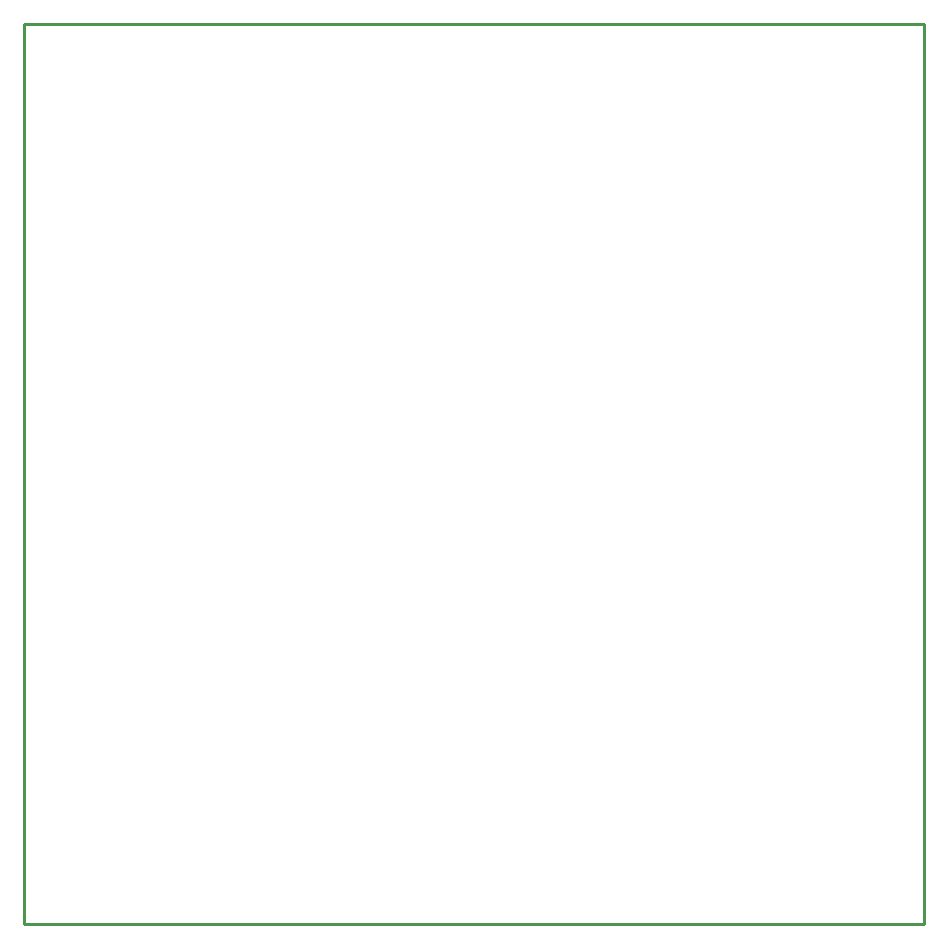
<source format=gbr>
G04 #@! TF.FileFunction,Profile,NP*
%FSLAX46Y46*%
G04 Gerber Fmt 4.6, Leading zero omitted, Abs format (unit mm)*
G04 Created by KiCad (PCBNEW 4.0.5) date Monday, March 20, 2017 'PMt' 03:41:12 PM*
%MOMM*%
%LPD*%
G01*
G04 APERTURE LIST*
%ADD10C,2.000000*%
%ADD11C,0.254000*%
G04 APERTURE END LIST*
D10*
D11*
X127000000Y-50800000D02*
X127000000Y-127000000D01*
X50800000Y-50800000D02*
X127000000Y-50800000D01*
X50800000Y-127000000D02*
X127000000Y-127000000D01*
X50800000Y-50800000D02*
X50800000Y-127000000D01*
M02*

</source>
